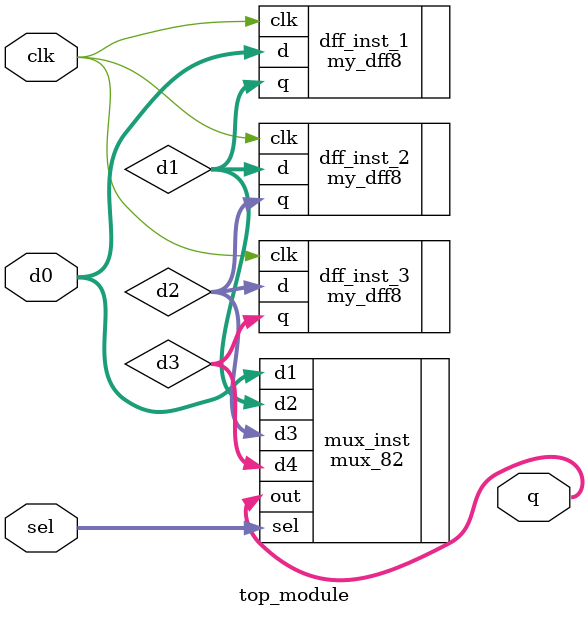
<source format=v>
`include "my_dff8.v"
`include "mux_82.v"

module top_module(
    input wire clk,
    input wire [7:0] d0, // 8-bit inputs
    input wire [1:0] sel,
    output wire [7:0] q // Output of the D flip-flop
);
    wire [7:0] d1;
    wire [7:0] d2;
    wire [7:0] d3;


    // Instantiate the D flip-flop
    my_dff8 dff_inst_1 (
        .clk(clk),
        .d(d0),
        .q(d1)
    );

    my_dff8 dff_inst_2 (
        .clk(clk),
        .d(d1),
        .q(d2)
    );

    my_dff8 dff_inst_3 (
        .clk(clk),
        .d(d2),
        .q(d3)
    );

    mux_82 mux_inst (
        .d1(d0),
        .d2(d1),
        .d3(d2),
        .d4(d3),
        .sel(sel),
        .out(q)
    );

endmodule
</source>
